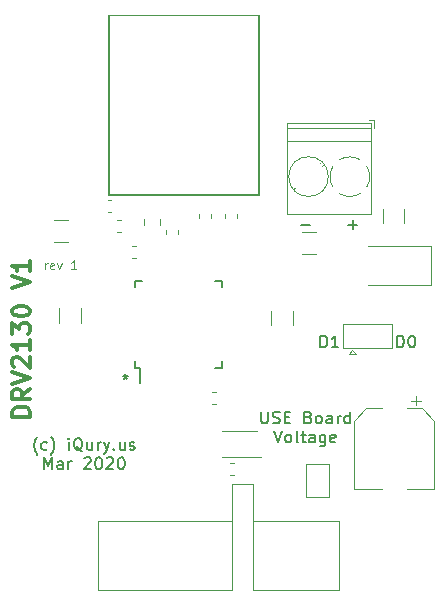
<source format=gto>
G04 #@! TF.GenerationSoftware,KiCad,Pcbnew,(5.1.0-1558-g0ba0c1724)*
G04 #@! TF.CreationDate,2020-03-09T20:47:32-07:00*
G04 #@! TF.ProjectId,TMC2130_Driver,544d4332-3133-4305-9f44-72697665722e,rev?*
G04 #@! TF.SameCoordinates,PX67f3540PY6cb8080*
G04 #@! TF.FileFunction,Legend,Top*
G04 #@! TF.FilePolarity,Positive*
%FSLAX46Y46*%
G04 Gerber Fmt 4.6, Leading zero omitted, Abs format (unit mm)*
G04 Created by KiCad (PCBNEW (5.1.0-1558-g0ba0c1724)) date 2020-03-09 20:47:32*
%MOMM*%
%LPD*%
G04 APERTURE LIST*
%ADD10C,0.150000*%
%ADD11C,0.100000*%
%ADD12C,0.300000*%
%ADD13C,0.120000*%
G04 APERTURE END LIST*
D10*
X10250000Y18297620D02*
X10250000Y18059524D01*
X10011904Y18154762D02*
X10250000Y18059524D01*
X10488095Y18154762D01*
X10107142Y17869048D02*
X10250000Y18059524D01*
X10392857Y17869048D01*
X25119047Y30928572D02*
X25880952Y30928572D01*
X29119047Y30928572D02*
X29880952Y30928572D01*
X29500000Y30547620D02*
X29500000Y31309524D01*
X21738095Y15102620D02*
X21738095Y14293096D01*
X21785714Y14197858D01*
X21833333Y14150239D01*
X21928571Y14102620D01*
X22119047Y14102620D01*
X22214285Y14150239D01*
X22261904Y14197858D01*
X22309523Y14293096D01*
X22309523Y15102620D01*
X22738095Y14150239D02*
X22880952Y14102620D01*
X23119047Y14102620D01*
X23214285Y14150239D01*
X23261904Y14197858D01*
X23309523Y14293096D01*
X23309523Y14388334D01*
X23261904Y14483572D01*
X23214285Y14531191D01*
X23119047Y14578810D01*
X22928571Y14626429D01*
X22833333Y14674048D01*
X22785714Y14721667D01*
X22738095Y14816905D01*
X22738095Y14912143D01*
X22785714Y15007381D01*
X22833333Y15055000D01*
X22928571Y15102620D01*
X23166666Y15102620D01*
X23309523Y15055000D01*
X23738095Y14626429D02*
X24071428Y14626429D01*
X24214285Y14102620D02*
X23738095Y14102620D01*
X23738095Y15102620D01*
X24214285Y15102620D01*
X25738095Y14626429D02*
X25880952Y14578810D01*
X25928571Y14531191D01*
X25976190Y14435953D01*
X25976190Y14293096D01*
X25928571Y14197858D01*
X25880952Y14150239D01*
X25785714Y14102620D01*
X25404761Y14102620D01*
X25404761Y15102620D01*
X25738095Y15102620D01*
X25833333Y15055000D01*
X25880952Y15007381D01*
X25928571Y14912143D01*
X25928571Y14816905D01*
X25880952Y14721667D01*
X25833333Y14674048D01*
X25738095Y14626429D01*
X25404761Y14626429D01*
X26547619Y14102620D02*
X26452380Y14150239D01*
X26404761Y14197858D01*
X26357142Y14293096D01*
X26357142Y14578810D01*
X26404761Y14674048D01*
X26452380Y14721667D01*
X26547619Y14769286D01*
X26690476Y14769286D01*
X26785714Y14721667D01*
X26833333Y14674048D01*
X26880952Y14578810D01*
X26880952Y14293096D01*
X26833333Y14197858D01*
X26785714Y14150239D01*
X26690476Y14102620D01*
X26547619Y14102620D01*
X27738095Y14102620D02*
X27738095Y14626429D01*
X27690476Y14721667D01*
X27595238Y14769286D01*
X27404761Y14769286D01*
X27309523Y14721667D01*
X27738095Y14150239D02*
X27642857Y14102620D01*
X27404761Y14102620D01*
X27309523Y14150239D01*
X27261904Y14245477D01*
X27261904Y14340715D01*
X27309523Y14435953D01*
X27404761Y14483572D01*
X27642857Y14483572D01*
X27738095Y14531191D01*
X28214285Y14102620D02*
X28214285Y14769286D01*
X28214285Y14578810D02*
X28261904Y14674048D01*
X28309523Y14721667D01*
X28404761Y14769286D01*
X28500000Y14769286D01*
X29261904Y14102620D02*
X29261904Y15102620D01*
X29261904Y14150239D02*
X29166666Y14102620D01*
X28976190Y14102620D01*
X28880952Y14150239D01*
X28833333Y14197858D01*
X28785714Y14293096D01*
X28785714Y14578810D01*
X28833333Y14674048D01*
X28880952Y14721667D01*
X28976190Y14769286D01*
X29166666Y14769286D01*
X29261904Y14721667D01*
X22833333Y13492620D02*
X23166666Y12492620D01*
X23500000Y13492620D01*
X23976190Y12492620D02*
X23880952Y12540239D01*
X23833333Y12587858D01*
X23785714Y12683096D01*
X23785714Y12968810D01*
X23833333Y13064048D01*
X23880952Y13111667D01*
X23976190Y13159286D01*
X24119047Y13159286D01*
X24214285Y13111667D01*
X24261904Y13064048D01*
X24309523Y12968810D01*
X24309523Y12683096D01*
X24261904Y12587858D01*
X24214285Y12540239D01*
X24119047Y12492620D01*
X23976190Y12492620D01*
X24880952Y12492620D02*
X24785714Y12540239D01*
X24738095Y12635477D01*
X24738095Y13492620D01*
X25119047Y13159286D02*
X25500000Y13159286D01*
X25261904Y13492620D02*
X25261904Y12635477D01*
X25309523Y12540239D01*
X25404761Y12492620D01*
X25500000Y12492620D01*
X26261904Y12492620D02*
X26261904Y13016429D01*
X26214285Y13111667D01*
X26119047Y13159286D01*
X25928571Y13159286D01*
X25833333Y13111667D01*
X26261904Y12540239D02*
X26166666Y12492620D01*
X25928571Y12492620D01*
X25833333Y12540239D01*
X25785714Y12635477D01*
X25785714Y12730715D01*
X25833333Y12825953D01*
X25928571Y12873572D01*
X26166666Y12873572D01*
X26261904Y12921191D01*
X27166666Y13159286D02*
X27166666Y12349762D01*
X27119047Y12254524D01*
X27071428Y12206905D01*
X26976190Y12159286D01*
X26833333Y12159286D01*
X26738095Y12206905D01*
X27166666Y12540239D02*
X27071428Y12492620D01*
X26880952Y12492620D01*
X26785714Y12540239D01*
X26738095Y12587858D01*
X26690476Y12683096D01*
X26690476Y12968810D01*
X26738095Y13064048D01*
X26785714Y13111667D01*
X26880952Y13159286D01*
X27071428Y13159286D01*
X27166666Y13111667D01*
X28023809Y12540239D02*
X27928571Y12492620D01*
X27738095Y12492620D01*
X27642857Y12540239D01*
X27595238Y12635477D01*
X27595238Y13016429D01*
X27642857Y13111667D01*
X27738095Y13159286D01*
X27928571Y13159286D01*
X28023809Y13111667D01*
X28071428Y13016429D01*
X28071428Y12921191D01*
X27595238Y12825953D01*
X33261904Y20547620D02*
X33261904Y21547620D01*
X33500000Y21547620D01*
X33642857Y21500000D01*
X33738095Y21404762D01*
X33785714Y21309524D01*
X33833333Y21119048D01*
X33833333Y20976191D01*
X33785714Y20785715D01*
X33738095Y20690477D01*
X33642857Y20595239D01*
X33500000Y20547620D01*
X33261904Y20547620D01*
X34452380Y21547620D02*
X34547619Y21547620D01*
X34642857Y21500000D01*
X34690476Y21452381D01*
X34738095Y21357143D01*
X34785714Y21166667D01*
X34785714Y20928572D01*
X34738095Y20738096D01*
X34690476Y20642858D01*
X34642857Y20595239D01*
X34547619Y20547620D01*
X34452380Y20547620D01*
X34357142Y20595239D01*
X34309523Y20642858D01*
X34261904Y20738096D01*
X34214285Y20928572D01*
X34214285Y21166667D01*
X34261904Y21357143D01*
X34309523Y21452381D01*
X34357142Y21500000D01*
X34452380Y21547620D01*
X26761904Y20547620D02*
X26761904Y21547620D01*
X27000000Y21547620D01*
X27142857Y21500000D01*
X27238095Y21404762D01*
X27285714Y21309524D01*
X27333333Y21119048D01*
X27333333Y20976191D01*
X27285714Y20785715D01*
X27238095Y20690477D01*
X27142857Y20595239D01*
X27000000Y20547620D01*
X26761904Y20547620D01*
X28285714Y20547620D02*
X27714285Y20547620D01*
X28000000Y20547620D02*
X28000000Y21547620D01*
X27904761Y21404762D01*
X27809523Y21309524D01*
X27714285Y21261905D01*
X2797619Y11471667D02*
X2750000Y11519286D01*
X2654761Y11662143D01*
X2607142Y11757381D01*
X2559523Y11900239D01*
X2511904Y12138334D01*
X2511904Y12328810D01*
X2559523Y12566905D01*
X2607142Y12709762D01*
X2654761Y12805000D01*
X2750000Y12947858D01*
X2797619Y12995477D01*
X3607142Y11900239D02*
X3511904Y11852620D01*
X3321428Y11852620D01*
X3226190Y11900239D01*
X3178571Y11947858D01*
X3130952Y12043096D01*
X3130952Y12328810D01*
X3178571Y12424048D01*
X3226190Y12471667D01*
X3321428Y12519286D01*
X3511904Y12519286D01*
X3607142Y12471667D01*
X3940476Y11471667D02*
X3988095Y11519286D01*
X4083333Y11662143D01*
X4130952Y11757381D01*
X4178571Y11900239D01*
X4226190Y12138334D01*
X4226190Y12328810D01*
X4178571Y12566905D01*
X4130952Y12709762D01*
X4083333Y12805000D01*
X3988095Y12947858D01*
X3940476Y12995477D01*
X5464285Y11852620D02*
X5464285Y12519286D01*
X5464285Y12852620D02*
X5416666Y12805000D01*
X5464285Y12757381D01*
X5511904Y12805000D01*
X5464285Y12852620D01*
X5464285Y12757381D01*
X6607142Y11757381D02*
X6511904Y11805000D01*
X6416666Y11900239D01*
X6273809Y12043096D01*
X6178571Y12090715D01*
X6083333Y12090715D01*
X6130952Y11852620D02*
X6035714Y11900239D01*
X5940476Y11995477D01*
X5892857Y12185953D01*
X5892857Y12519286D01*
X5940476Y12709762D01*
X6035714Y12805000D01*
X6130952Y12852620D01*
X6321428Y12852620D01*
X6416666Y12805000D01*
X6511904Y12709762D01*
X6559523Y12519286D01*
X6559523Y12185953D01*
X6511904Y11995477D01*
X6416666Y11900239D01*
X6321428Y11852620D01*
X6130952Y11852620D01*
X7416666Y12519286D02*
X7416666Y11852620D01*
X6988095Y12519286D02*
X6988095Y11995477D01*
X7035714Y11900239D01*
X7130952Y11852620D01*
X7273809Y11852620D01*
X7369047Y11900239D01*
X7416666Y11947858D01*
X7892857Y11852620D02*
X7892857Y12519286D01*
X7892857Y12328810D02*
X7940476Y12424048D01*
X7988095Y12471667D01*
X8083333Y12519286D01*
X8178571Y12519286D01*
X8416666Y12519286D02*
X8654761Y11852620D01*
X8892857Y12519286D02*
X8654761Y11852620D01*
X8559523Y11614524D01*
X8511904Y11566905D01*
X8416666Y11519286D01*
X9273809Y11947858D02*
X9321428Y11900239D01*
X9273809Y11852620D01*
X9226190Y11900239D01*
X9273809Y11947858D01*
X9273809Y11852620D01*
X10178571Y12519286D02*
X10178571Y11852620D01*
X9750000Y12519286D02*
X9750000Y11995477D01*
X9797619Y11900239D01*
X9892857Y11852620D01*
X10035714Y11852620D01*
X10130952Y11900239D01*
X10178571Y11947858D01*
X10607142Y11900239D02*
X10702380Y11852620D01*
X10892857Y11852620D01*
X10988095Y11900239D01*
X11035714Y11995477D01*
X11035714Y12043096D01*
X10988095Y12138334D01*
X10892857Y12185953D01*
X10750000Y12185953D01*
X10654761Y12233572D01*
X10607142Y12328810D01*
X10607142Y12376429D01*
X10654761Y12471667D01*
X10750000Y12519286D01*
X10892857Y12519286D01*
X10988095Y12471667D01*
X3369047Y10242620D02*
X3369047Y11242620D01*
X3702380Y10528334D01*
X4035714Y11242620D01*
X4035714Y10242620D01*
X4940476Y10242620D02*
X4940476Y10766429D01*
X4892857Y10861667D01*
X4797619Y10909286D01*
X4607142Y10909286D01*
X4511904Y10861667D01*
X4940476Y10290239D02*
X4845238Y10242620D01*
X4607142Y10242620D01*
X4511904Y10290239D01*
X4464285Y10385477D01*
X4464285Y10480715D01*
X4511904Y10575953D01*
X4607142Y10623572D01*
X4845238Y10623572D01*
X4940476Y10671191D01*
X5416666Y10242620D02*
X5416666Y10909286D01*
X5416666Y10718810D02*
X5464285Y10814048D01*
X5511904Y10861667D01*
X5607142Y10909286D01*
X5702380Y10909286D01*
X6750000Y11147381D02*
X6797619Y11195000D01*
X6892857Y11242620D01*
X7130952Y11242620D01*
X7226190Y11195000D01*
X7273809Y11147381D01*
X7321428Y11052143D01*
X7321428Y10956905D01*
X7273809Y10814048D01*
X6702380Y10242620D01*
X7321428Y10242620D01*
X7940476Y11242620D02*
X8035714Y11242620D01*
X8130952Y11195000D01*
X8178571Y11147381D01*
X8226190Y11052143D01*
X8273809Y10861667D01*
X8273809Y10623572D01*
X8226190Y10433096D01*
X8178571Y10337858D01*
X8130952Y10290239D01*
X8035714Y10242620D01*
X7940476Y10242620D01*
X7845238Y10290239D01*
X7797619Y10337858D01*
X7750000Y10433096D01*
X7702380Y10623572D01*
X7702380Y10861667D01*
X7750000Y11052143D01*
X7797619Y11147381D01*
X7845238Y11195000D01*
X7940476Y11242620D01*
X8654761Y11147381D02*
X8702380Y11195000D01*
X8797619Y11242620D01*
X9035714Y11242620D01*
X9130952Y11195000D01*
X9178571Y11147381D01*
X9226190Y11052143D01*
X9226190Y10956905D01*
X9178571Y10814048D01*
X8607142Y10242620D01*
X9226190Y10242620D01*
X9845238Y11242620D02*
X9940476Y11242620D01*
X10035714Y11195000D01*
X10083333Y11147381D01*
X10130952Y11052143D01*
X10178571Y10861667D01*
X10178571Y10623572D01*
X10130952Y10433096D01*
X10083333Y10337858D01*
X10035714Y10290239D01*
X9940476Y10242620D01*
X9845238Y10242620D01*
X9750000Y10290239D01*
X9702380Y10337858D01*
X9654761Y10433096D01*
X9607142Y10623572D01*
X9607142Y10861667D01*
X9654761Y11052143D01*
X9702380Y11147381D01*
X9750000Y11195000D01*
X9845238Y11242620D01*
D11*
X3446428Y27160715D02*
X3446428Y27660715D01*
X3446428Y27517858D02*
X3482142Y27589286D01*
X3517857Y27625000D01*
X3589285Y27660715D01*
X3660714Y27660715D01*
X4196428Y27196429D02*
X4125000Y27160715D01*
X3982142Y27160715D01*
X3910714Y27196429D01*
X3875000Y27267858D01*
X3875000Y27553572D01*
X3910714Y27625000D01*
X3982142Y27660715D01*
X4125000Y27660715D01*
X4196428Y27625000D01*
X4232142Y27553572D01*
X4232142Y27482143D01*
X3875000Y27410715D01*
X4482142Y27660715D02*
X4660714Y27160715D01*
X4839285Y27660715D01*
X6089285Y27160715D02*
X5660714Y27160715D01*
X5875000Y27160715D02*
X5875000Y27910715D01*
X5803571Y27803572D01*
X5732142Y27732143D01*
X5660714Y27696429D01*
D12*
X2178571Y14678572D02*
X678571Y14678572D01*
X678571Y15035715D01*
X750000Y15250000D01*
X892857Y15392858D01*
X1035714Y15464286D01*
X1321428Y15535715D01*
X1535714Y15535715D01*
X1821428Y15464286D01*
X1964285Y15392858D01*
X2107142Y15250000D01*
X2178571Y15035715D01*
X2178571Y14678572D01*
X2178571Y17035715D02*
X1464285Y16535715D01*
X2178571Y16178572D02*
X678571Y16178572D01*
X678571Y16750000D01*
X750000Y16892858D01*
X821428Y16964286D01*
X964285Y17035715D01*
X1178571Y17035715D01*
X1321428Y16964286D01*
X1392857Y16892858D01*
X1464285Y16750000D01*
X1464285Y16178572D01*
X678571Y17464286D02*
X2178571Y17964286D01*
X678571Y18464286D01*
X821428Y18892858D02*
X750000Y18964286D01*
X678571Y19107143D01*
X678571Y19464286D01*
X750000Y19607143D01*
X821428Y19678572D01*
X964285Y19750000D01*
X1107142Y19750000D01*
X1321428Y19678572D01*
X2178571Y18821429D01*
X2178571Y19750000D01*
X2178571Y21178572D02*
X2178571Y20321429D01*
X2178571Y20750000D02*
X678571Y20750000D01*
X892857Y20607143D01*
X1035714Y20464286D01*
X1107142Y20321429D01*
X678571Y21678572D02*
X678571Y22607143D01*
X1250000Y22107143D01*
X1250000Y22321429D01*
X1321428Y22464286D01*
X1392857Y22535715D01*
X1535714Y22607143D01*
X1892857Y22607143D01*
X2035714Y22535715D01*
X2107142Y22464286D01*
X2178571Y22321429D01*
X2178571Y21892858D01*
X2107142Y21750000D01*
X2035714Y21678572D01*
X678571Y23535715D02*
X678571Y23678572D01*
X750000Y23821429D01*
X821428Y23892858D01*
X964285Y23964286D01*
X1250000Y24035715D01*
X1607142Y24035715D01*
X1892857Y23964286D01*
X2035714Y23892858D01*
X2107142Y23821429D01*
X2178571Y23678572D01*
X2178571Y23535715D01*
X2107142Y23392858D01*
X2035714Y23321429D01*
X1892857Y23250000D01*
X1607142Y23178572D01*
X1250000Y23178572D01*
X964285Y23250000D01*
X821428Y23321429D01*
X750000Y23392858D01*
X678571Y23535715D01*
X678571Y25607143D02*
X2178571Y26107143D01*
X678571Y26607143D01*
X2178571Y27892858D02*
X2178571Y27035715D01*
X2178571Y27464286D02*
X678571Y27464286D01*
X892857Y27321429D01*
X1035714Y27178572D01*
X1107142Y27035715D01*
D13*
X6460000Y22647936D02*
X6460000Y23852064D01*
X4640000Y22647936D02*
X4640000Y23852064D01*
X24410000Y22397936D02*
X24410000Y23602064D01*
X22590000Y22397936D02*
X22590000Y23602064D01*
X13210000Y30928922D02*
X13210000Y31446078D01*
X11790000Y30928922D02*
X11790000Y31446078D01*
X33860000Y32252064D02*
X33860000Y31047936D01*
X32040000Y32252064D02*
X32040000Y31047936D01*
X36150000Y25850000D02*
X36150000Y29150000D01*
X36150000Y29150000D02*
X30750000Y29150000D01*
X36150000Y25850000D02*
X30750000Y25850000D01*
D10*
X11525000Y18825000D02*
X11525000Y17550000D01*
X11075000Y26175000D02*
X11075000Y25625000D01*
X18425000Y26175000D02*
X18425000Y25625000D01*
X18425000Y18825000D02*
X18425000Y19375000D01*
X11075000Y18825000D02*
X11075000Y19375000D01*
X18425000Y18825000D02*
X17875000Y18825000D01*
X18425000Y26175000D02*
X17875000Y26175000D01*
X11075000Y26175000D02*
X11625000Y26175000D01*
X11075000Y18825000D02*
X11525000Y18825000D01*
D13*
X25500000Y10650000D02*
X27500000Y10650000D01*
X25500000Y7850000D02*
X25500000Y10650000D01*
X27500000Y7850000D02*
X25500000Y7850000D01*
X27500000Y10650000D02*
X27500000Y7850000D01*
X29450000Y20300000D02*
X29750000Y20000000D01*
X29150000Y20000000D02*
X29750000Y20000000D01*
X29450000Y20300000D02*
X29150000Y20000000D01*
X28700000Y20500000D02*
X28700000Y22500000D01*
X32800000Y20500000D02*
X28700000Y20500000D01*
X32800000Y22500000D02*
X32800000Y20500000D01*
X28700000Y22500000D02*
X32800000Y22500000D01*
X28359736Y36424721D02*
G75*
G02X29250000Y36680000I890264J-1424721D01*
G01*
X27824495Y34109807D02*
G75*
G02X27825000Y35891000I1425505J890193D01*
G01*
X30139894Y33574642D02*
G75*
G02X28384000Y33560000I-889894J1425358D01*
G01*
X30675358Y35889894D02*
G75*
G02X30690000Y34134000I-1425358J-889894D01*
G01*
X29221326Y36680099D02*
G75*
G02X30116000Y36440000I28674J-1680099D01*
G01*
X27430000Y35000000D02*
G75*
G03X27430000Y35000000I-1680000J0D01*
G01*
X31060000Y39100000D02*
X23940000Y39100000D01*
X31060000Y38000000D02*
X23940000Y38000000D01*
X31060000Y31840000D02*
X23940000Y31840000D01*
X31060000Y39560000D02*
X23940000Y39560000D01*
X31060000Y31840000D02*
X31060000Y39560000D01*
X23940000Y31840000D02*
X23940000Y39560000D01*
X24475000Y33931000D02*
X24604000Y34059000D01*
X26725000Y36181000D02*
X26819000Y36274000D01*
X24680000Y33725000D02*
X24774000Y33819000D01*
X26895000Y35941000D02*
X27024000Y36069000D01*
X31300000Y39160000D02*
X31300000Y39800000D01*
X31300000Y39800000D02*
X30900000Y39800000D01*
X9537221Y30290000D02*
X9862779Y30290000D01*
X9537221Y31310000D02*
X9862779Y31310000D01*
X13690000Y30462779D02*
X13690000Y30137221D01*
X14710000Y30462779D02*
X14710000Y30137221D01*
X25197936Y28490000D02*
X26402064Y28490000D01*
X25197936Y30310000D02*
X26402064Y30310000D01*
X29590000Y8590000D02*
X31940000Y8590000D01*
X36410000Y8590000D02*
X34060000Y8590000D01*
X36410000Y14345563D02*
X36410000Y8590000D01*
X29590000Y14345563D02*
X29590000Y8590000D01*
X30654437Y15410000D02*
X31940000Y15410000D01*
X35345563Y15410000D02*
X34060000Y15410000D01*
X35345563Y15410000D02*
X36410000Y14345563D01*
X30654437Y15410000D02*
X29590000Y14345563D01*
X34847500Y16437500D02*
X34847500Y15650000D01*
X35241250Y16043750D02*
X34453750Y16043750D01*
X21350000Y13470000D02*
X18450000Y13470000D01*
X21710000Y11230000D02*
X18450000Y11230000D01*
X19137221Y9740000D02*
X19462779Y9740000D01*
X19137221Y10760000D02*
X19462779Y10760000D01*
X19710000Y31537221D02*
X19710000Y31862779D01*
X18690000Y31537221D02*
X18690000Y31862779D01*
X17510000Y31537221D02*
X17510000Y31862779D01*
X16490000Y31537221D02*
X16490000Y31862779D01*
X8737221Y31990000D02*
X9062779Y31990000D01*
X8737221Y33010000D02*
X9062779Y33010000D01*
D11*
X21600000Y48710000D02*
X8900000Y48710000D01*
D10*
X21600000Y48716000D02*
X21600000Y33476000D01*
X21600000Y33476000D02*
X8900000Y33476000D01*
X8900000Y48716000D02*
X8900000Y33476000D01*
D13*
X19252800Y5814800D02*
X19252800Y9014800D01*
X19252800Y9014800D02*
X21052800Y9014800D01*
X21052800Y9014800D02*
X21052800Y5814800D01*
X7952800Y5814800D02*
X19252800Y5814800D01*
X19252800Y5814800D02*
X19252800Y14800D01*
X19252800Y14800D02*
X7952800Y14800D01*
X7952800Y14800D02*
X7952800Y5814800D01*
X28352800Y5814800D02*
X21052800Y5814800D01*
X21052800Y14800D02*
X28352800Y14800D01*
X21052800Y5814800D02*
X21052800Y14800D01*
X28352800Y5814800D02*
X28352800Y14800D01*
X5402064Y31310000D02*
X4197936Y31310000D01*
X5402064Y29490000D02*
X4197936Y29490000D01*
X11162779Y29110000D02*
X10837221Y29110000D01*
X11162779Y28090000D02*
X10837221Y28090000D01*
X17587221Y15740000D02*
X17912779Y15740000D01*
X17587221Y16760000D02*
X17912779Y16760000D01*
M02*

</source>
